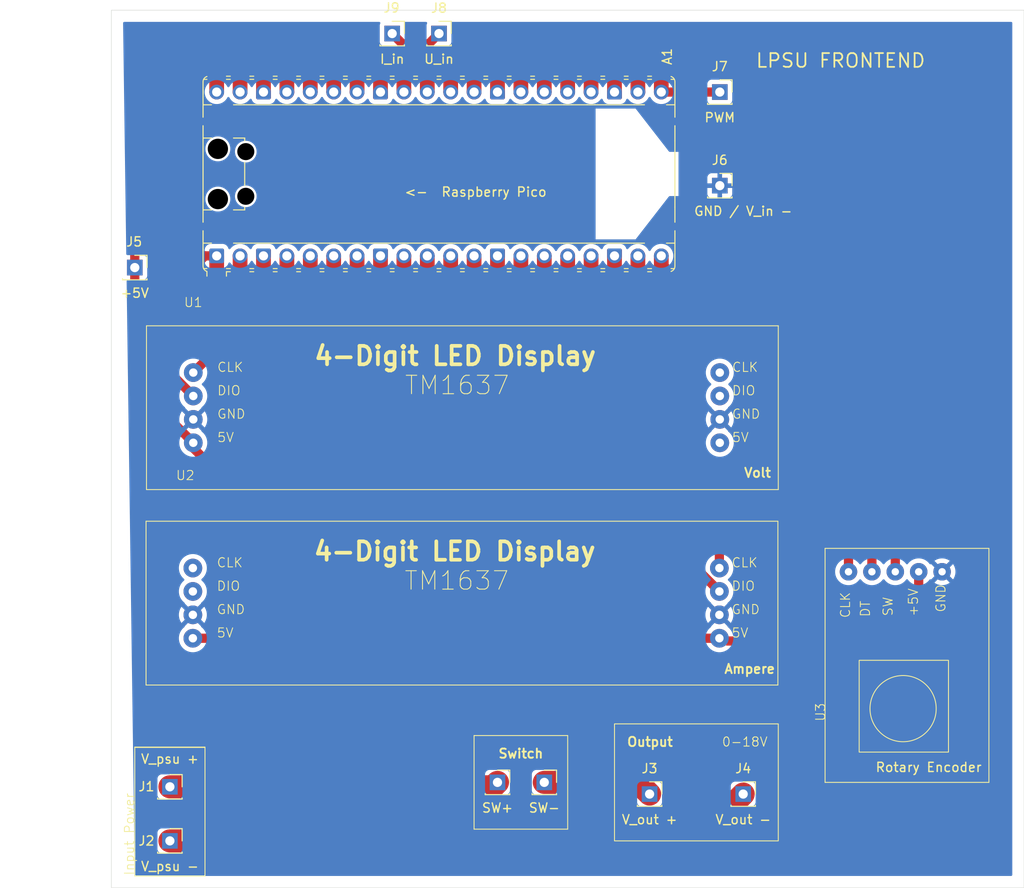
<source format=kicad_pcb>
(kicad_pcb (version 20241229) (generator "pcbnew") (generator_version "9.0")
  (layers (0 "F.Cu" signal) (2 "B.Cu" signal) (13 "F.Paste" user) (15 "B.Paste" user) (5 "F.SilkS" user "F.Silkscreen") (7 "B.SilkS" user "B.Silkscreen") (1 "F.Mask" user) (3 "B.Mask" user) (25 "Edge.Cuts" user))
  (net 0 "")
  (net 2 "Net-(A1-GND-Pad13)")
  (net 6 "Net-(A1-GPIO6)")
  (net 8 "Net-(A1-GPIO0)")
  (net 9 "Net-(A1-GPIO15)")
  (net 12 "Net-(A1-GPIO14)")
  (net 13 "Net-(A1-GPIO7)")
  (net 21 "Net-(A1-VSYS)")
  (net 23 "Net-(A1-GPIO16)")
  (net 24 "Net-(A1-GPIO26_ADC0)")
  (net 25 "Net-(A1-GPIO27_ADC1)")
  (net 31 "Net-(A1-GPIO1)")
  (net 34 "Net-(A1-GPIO13)")
  (net 35 "Net-(J1-Pin_1)")
  (net 36 "Net-(J2-Pin_1)")
  (net 37 "GND")
  (net 38 "Net-(J11-Pin_1)")
  (footprint "Connector_PinSocket_2.54mm:PinSocket_1x01_P2.54mm_Vertical" (layer "F.Cu") (at 223.52 104.14)
    (property "Reference" "J11" (hide yes))
    (property "Value" "SW-" (at 0 2.77 0) (layer "F.SilkS"))
    (fp_line (start -1.33 1.21) (end -1.33 1.33) (stroke (width 0.12)) (layer "F.SilkS"))
    (fp_line (start -1.33 1.33) (end 1.33 1.33) (stroke (width 0.12)) (layer "F.SilkS"))
    (fp_line (start 0 -1.33) (end 1.33 -1.33) (stroke (width 0.12)) (layer "F.SilkS"))
    (fp_line (start 1.33 -1.33) (end 1.33 0) (stroke (width 0.12)) (layer "F.SilkS"))
    (fp_line (start 1.33 1.21) (end 1.33 1.33) (stroke (width 0.12)) (layer "F.SilkS"))
    (pad "1" thru_hole rect (at 0 0) (size 1.7 1.7) (drill 1) (layers "*.Cu" "*.Mask") (net 38 "Net-(J11-Pin_1)"))
  )
  (footprint "könig:TM1637" (layer "F.Cu") (at 175.21444 75.79532)
    (property "Reference" "U2" (at 9.335 -4.975 0) (layer "F.SilkS") (effects (font (thickness 0.1))))
    (property "Value" "~")
    (fp_rect (start 5.08 0) (end 5.08 17.78) (stroke (width 0.1)) (fill no) (layer "F.SilkS"))
    (fp_rect (start 5.08 0) (end 73.66 0) (stroke (width 0.1)) (fill no) (layer "F.SilkS"))
    (fp_rect (start 5.08 17.78) (end 73.66 17.78) (stroke (width 0.1)) (fill no) (layer "F.SilkS"))
    (fp_rect (start 73.66 0) (end 73.66 17.78) (stroke (width 0.1)) (fill no) (layer "F.SilkS"))
    (fp_text user "CLK" (at 12.7 5.08 0) (layer "F.SilkS") (effects (font (thickness 0.1)) (justify left bottom)))
    (fp_text user "5V" (at 12.7 12.7 0) (layer "F.SilkS") (effects (font (thickness 0.1)) (justify left bottom)))
    (fp_text user "CLK" (at 68.58 5.08 0) (layer "F.SilkS") (effects (font (thickness 0.1)) (justify left bottom)))
    (fp_text user "GND" (at 12.7 10.16 0) (layer "F.SilkS") (effects (font (thickness 0.1)) (justify left bottom)))
    (fp_text user "4-Digit LED Display" (at 23.083297 4.443605 0) (layer "F.SilkS") (effects (font (size 2 2) (thickness 0.4) (bold yes)) (justify left bottom)))
    (fp_text user "5V" (at 68.58 12.7 0) (layer "F.SilkS") (effects (font (thickness 0.1)) (justify left bottom)))
    (fp_text user "TM1637" (at 33.02 7.62 0) (layer "F.SilkS") (effects (font (size 2 2) (thickness 0.1)) (justify left bottom)))
    (fp_text user "DIO" (at 68.58 7.62 0) (layer "F.SilkS") (effects (font (thickness 0.1)) (justify left bottom)))
    (fp_text user "GND" (at 68.58 10.16 0) (layer "F.SilkS") (effects (font (thickness 0.1)) (justify left bottom)))
    (fp_text user "DIO" (at 12.7 7.62 0) (layer "F.SilkS") (effects (font (thickness 0.1)) (justify left bottom)))
    (pad "1" thru_hole circle (at 10.16 5.08) (size 2.032 2.032) (drill 0.9144) (layers "*.Cu" "*.Mask") (net 13 "Net-(A1-GPIO7)"))
    (pad "1" thru_hole circle (at 67.31 5.08) (size 2.032 2.032) (drill 0.9144) (layers "*.Cu" "*.Mask") (net 13 "Net-(A1-GPIO7)"))
    (pad "2" thru_hole circle (at 10.16 7.62) (size 2.032 2.032) (drill 0.9144) (layers "*.Cu" "*.Mask") (net 6 "Net-(A1-GPIO6)"))
    (pad "2" thru_hole circle (at 67.31 7.62) (size 2.032 2.032) (drill 0.9144) (layers "*.Cu" "*.Mask") (net 6 "Net-(A1-GPIO6)"))
    (pad "3" thru_hole circle (at 10.16 10.16) (size 2.032 2.032) (drill 0.9144) (layers "*.Cu" "*.Mask") (net 37 "GND"))
    (pad "3" thru_hole circle (at 67.31 10.16) (size 2.032 2.032) (drill 0.9144) (layers "*.Cu" "*.Mask") (net 37 "GND"))
    (pad "4" thru_hole circle (at 10.16 12.7) (size 2.032 2.032) (drill 0.9144) (layers "*.Cu" "*.Mask") (net 21 "Net-(A1-VSYS)"))
    (pad "4" thru_hole circle (at 67.31 12.7) (size 2.032 2.032) (drill 0.9144) (layers "*.Cu" "*.Mask") (net 21 "Net-(A1-VSYS)"))
  )
  (footprint "Connector_PinSocket_2.54mm:PinSocket_1x01_P2.54mm_Vertical" (layer "F.Cu") (at 207.01 22.86)
    (property "Reference" "J9" (at -0.065 -2.795 0) (layer "F.SilkS"))
    (property "Value" "I_in" (at 0 2.77 0) (layer "F.SilkS"))
    (fp_line (start -1.33 1.21) (end -1.33 1.33) (stroke (width 0.12)) (layer "F.SilkS"))
    (fp_line (start -1.33 1.33) (end 1.33 1.33) (stroke (width 0.12)) (layer "F.SilkS"))
    (fp_line (start 0 -1.33) (end 1.33 -1.33) (stroke (width 0.12)) (layer "F.SilkS"))
    (fp_line (start 1.33 -1.33) (end 1.33 0) (stroke (width 0.12)) (layer "F.SilkS"))
    (fp_line (start 1.33 1.21) (end 1.33 1.33) (stroke (width 0.12)) (layer "F.SilkS"))
    (pad "1" thru_hole rect (at 0 0) (size 1.7 1.7) (drill 1) (layers "*.Cu" "*.Mask") (net 25 "Net-(A1-GPIO27_ADC1)"))
  )
  (footprint "Connector_PinSocket_2.54mm:PinSocket_1x01_P2.54mm_Vertical" (layer "F.Cu") (at 242.57 29.21)
    (property "Reference" "J7" (at 0 -2.77 0) (layer "F.SilkS"))
    (property "Value" "PWM" (at 0 2.77 0) (layer "F.SilkS"))
    (fp_line (start -1.33 1.21) (end -1.33 1.33) (stroke (width 0.12)) (layer "F.SilkS"))
    (fp_line (start -1.33 1.33) (end 1.33 1.33) (stroke (width 0.12)) (layer "F.SilkS"))
    (fp_line (start 0 -1.33) (end 1.33 -1.33) (stroke (width 0.12)) (layer "F.SilkS"))
    (fp_line (start 1.33 -1.33) (end 1.33 0) (stroke (width 0.12)) (layer "F.SilkS"))
    (fp_line (start 1.33 1.21) (end 1.33 1.33) (stroke (width 0.12)) (layer "F.SilkS"))
    (pad "1" thru_hole rect (at 0 0) (size 1.7 1.7) (drill 1) (layers "*.Cu" "*.Mask") (net 23 "Net-(A1-GPIO16)"))
  )
  (footprint "könig:TM1637" (layer "F.Cu") (at 175.26 54.58)
    (property "Reference" "U1" (at 10.16 -2.54 0) (layer "F.SilkS") (effects (font (thickness 0.1))))
    (property "Value" "~")
    (fp_rect (start 5.08 0) (end 5.08 17.78) (stroke (width 0.1)) (fill no) (layer "F.SilkS"))
    (fp_rect (start 5.08 0) (end 73.66 0) (stroke (width 0.1)) (fill no) (layer "F.SilkS"))
    (fp_rect (start 5.08 17.78) (end 73.66 17.78) (stroke (width 0.1)) (fill no) (layer "F.SilkS"))
    (fp_rect (start 73.66 0) (end 73.66 17.78) (stroke (width 0.1)) (fill no) (layer "F.SilkS"))
    (fp_text user "GND" (at 68.58 10.16 0) (layer "F.SilkS") (effects (font (thickness 0.1)) (justify left bottom)))
    (fp_text user "DIO" (at 12.7 7.62 0) (layer "F.SilkS") (effects (font (thickness 0.1)) (justify left bottom)))
    (fp_text user "5V" (at 12.7 12.7 0) (layer "F.SilkS") (effects (font (thickness 0.1)) (justify left bottom)))
    (fp_text user "TM1637" (at 33.02 7.62 0) (layer "F.SilkS") (effects (font (size 2 2) (thickness 0.1)) (justify left bottom)))
    (fp_text user "5V" (at 68.58 12.7 0) (layer "F.SilkS") (effects (font (thickness 0.1)) (justify left bottom)))
    (fp_text user "DIO" (at 68.58 7.62 0) (layer "F.SilkS") (effects (font (thickness 0.1)) (justify left bottom)))
    (fp_text user "CLK" (at 12.7 5.08 0) (layer "F.SilkS") (effects (font (thickness 0.1)) (justify left bottom)))
    (fp_text user "CLK" (at 68.58 5.08 0) (layer "F.SilkS") (effects (font (thickness 0.1)) (justify left bottom)))
    (fp_text user "GND" (at 12.7 10.16 0) (layer "F.SilkS") (effects (font (thickness 0.1)) (justify left bottom)))
    (fp_text user "4-Digit LED Display" (at 23.083297 4.443605 0) (layer "F.SilkS") (effects (font (size 2 2) (thickness 0.4) (bold yes)) (justify left bottom)))
    (pad "1" thru_hole circle (at 10.16 5.08) (size 2.032 2.032) (drill 0.9144) (layers "*.Cu" "*.Mask") (net 31 "Net-(A1-GPIO1)"))
    (pad "1" thru_hole circle (at 67.31 5.08) (size 2.032 2.032) (drill 0.9144) (layers "*.Cu" "*.Mask") (net 31 "Net-(A1-GPIO1)"))
    (pad "2" thru_hole circle (at 10.16 7.62) (size 2.032 2.032) (drill 0.9144) (layers "*.Cu" "*.Mask") (net 8 "Net-(A1-GPIO0)"))
    (pad "2" thru_hole circle (at 67.31 7.62) (size 2.032 2.032) (drill 0.9144) (layers "*.Cu" "*.Mask") (net 8 "Net-(A1-GPIO0)"))
    (pad "3" thru_hole circle (at 10.16 10.16) (size 2.032 2.032) (drill 0.9144) (layers "*.Cu" "*.Mask") (net 37 "GND"))
    (pad "3" thru_hole circle (at 67.31 10.16) (size 2.032 2.032) (drill 0.9144) (layers "*.Cu" "*.Mask") (net 37 "GND"))
    (pad "4" thru_hole circle (at 10.16 12.7) (size 2.032 2.032) (drill 0.9144) (layers "*.Cu" "*.Mask") (net 21 "Net-(A1-VSYS)"))
    (pad "4" thru_hole circle (at 67.31 12.7) (size 2.032 2.032) (drill 0.9144) (layers "*.Cu" "*.Mask") (net 21 "Net-(A1-VSYS)"))
  )
  (footprint "Connector_PinSocket_2.54mm:PinSocket_1x01_P2.54mm_Vertical" (layer "F.Cu") (at 212.09 22.86)
    (property "Reference" "J8" (at 0 -2.77 0) (layer "F.SilkS"))
    (property "Value" "U_in" (at 0 2.77 0) (layer "F.SilkS"))
    (fp_line (start -1.33 1.21) (end -1.33 1.33) (stroke (width 0.12)) (layer "F.SilkS"))
    (fp_line (start -1.33 1.33) (end 1.33 1.33) (stroke (width 0.12)) (layer "F.SilkS"))
    (fp_line (start 0 -1.33) (end 1.33 -1.33) (stroke (width 0.12)) (layer "F.SilkS"))
    (fp_line (start 1.33 -1.33) (end 1.33 0) (stroke (width 0.12)) (layer "F.SilkS"))
    (fp_line (start 1.33 1.21) (end 1.33 1.33) (stroke (width 0.12)) (layer "F.SilkS"))
    (pad "1" thru_hole rect (at 0 0) (size 1.7 1.7) (drill 1) (layers "*.Cu" "*.Mask") (net 24 "Net-(A1-GPIO26_ADC0)"))
  )
  (footprint "Connector_PinSocket_2.54mm:PinSocket_1x01_P2.54mm_Vertical" (layer "F.Cu") (at 182.88 110.49)
    (property "Reference" "J2" (at -2.54 0 0) (layer "F.SilkS"))
    (property "Value" "V_psu -" (at 0 2.77 0) (layer "F.SilkS"))
    (fp_line (start -1.33 1.21) (end -1.33 1.33) (stroke (width 0.12)) (layer "F.SilkS"))
    (fp_line (start -1.33 1.33) (end 1.33 1.33) (stroke (width 0.12)) (layer "F.SilkS"))
    (fp_line (start 0 -1.33) (end 1.33 -1.33) (stroke (width 0.12)) (layer "F.SilkS"))
    (fp_line (start 1.33 -1.33) (end 1.33 0) (stroke (width 0.12)) (layer "F.SilkS"))
    (fp_line (start 1.33 1.21) (end 1.33 1.33) (stroke (width 0.12)) (layer "F.SilkS"))
    (pad "1" thru_hole rect (at 0 0) (size 1.7 1.7) (drill 1) (layers "*.Cu" "*.Mask") (net 36 "Net-(J2-Pin_1)"))
  )
  (footprint "könig:KY_40" (layer "F.Cu") (at 254 96.52 90)
    (property "Reference" "U3" (at 0 -0.5 90) (layer "F.SilkS") (effects (font (thickness 0.1))))
    (property "Value" "~")
    (fp_line (start 17.78 0) (end 17.78 17.78) (stroke (width 0.1)) (layer "F.SilkS"))
    (fp_line (start -7.62 0) (end 17.78 0) (stroke (width 0.1)) (layer "F.SilkS"))
    (fp_line (start 17.78 17.78) (end -7.62 17.78) (stroke (width 0.1)) (layer "F.SilkS"))
    (fp_line (start -7.62 17.78) (end -7.62 0) (stroke (width 0.1)) (layer "F.SilkS"))
    (fp_rect (start -4.335199 3.701205) (end 5.631517 13.392163) (stroke (width 0.1)) (fill no) (layer "F.SilkS"))
    (fp_circle (center 0.384862 8.467895) (end 2.924862 11.007895) (stroke (width 0.1)) (fill no) (layer "F.SilkS"))
    (fp_text user "GND" (at 10.774441 13.144429 90) (layer "F.SilkS") (effects (font (thickness 0.1)) (justify left bottom)))
    (fp_text user "SW" (at 10.364813 7.409643 90) (layer "F.SilkS") (effects (font (thickness 0.1)) (justify left bottom)))
    (fp_text user "+5V" (at 10.335554 10.16 90) (layer "F.SilkS") (effects (font (thickness 0.1)) (justify left bottom)))
    (fp_text user "CLK" (at 10.16 2.786703 90) (layer "F.SilkS") (effects (font (thickness 0.1)) (justify left bottom)))
    (fp_text user "DT" (at 10.277036 4.951877 90) (layer "F.SilkS") (effects (font (thickness 0.1)) (justify left bottom)))
    (pad "1" thru_hole circle (at 15.24 2.54 90) (size 1.9 1.9) (drill 0.8) (layers "*.Cu" "*.Mask") (net 34 "Net-(A1-GPIO13)"))
    (pad "2" thru_hole circle (at 15.24 5.08 90) (size 1.9 1.9) (drill 0.8) (layers "*.Cu" "*.Mask") (net 12 "Net-(A1-GPIO14)"))
    (pad "3" thru_hole circle (at 15.24 7.62 90) (size 1.9 1.9) (drill 0.8) (layers "*.Cu" "*.Mask") (net 9 "Net-(A1-GPIO15)"))
    (pad "4" thru_hole circle (at 15.24 10.16 90) (size 1.9 1.9) (drill 0.8) (layers "*.Cu" "*.Mask") (net 21 "Net-(A1-VSYS)"))
    (pad "5" thru_hole circle (at 15.24 12.7 90) (size 1.9 1.9) (drill 0.8) (layers "*.Cu" "*.Mask") (net 37 "GND"))
  )
  (footprint "Connector_PinSocket_2.54mm:PinSocket_1x01_P2.54mm_Vertical" (layer "F.Cu") (at 245.11 105.41)
    (property "Reference" "J4" (at 0 -2.77 0) (layer "F.SilkS"))
    (property "Value" "V_out -" (at 0 2.77 0) (layer "F.SilkS"))
    (fp_line (start -1.33 1.21) (end -1.33 1.33) (stroke (width 0.12)) (layer "F.SilkS"))
    (fp_line (start -1.33 1.33) (end 1.33 1.33) (stroke (width 0.12)) (layer "F.SilkS"))
    (fp_line (start 0 -1.33) (end 1.33 -1.33) (stroke (width 0.12)) (layer "F.SilkS"))
    (fp_line (start 1.33 -1.33) (end 1.33 0) (stroke (width 0.12)) (layer "F.SilkS"))
    (fp_line (start 1.33 1.21) (end 1.33 1.33) (stroke (width 0.12)) (layer "F.SilkS"))
    (pad "1" thru_hole rect (at 0 0) (size 1.7 1.7) (drill 1) (layers "*.Cu" "*.Mask") (net 36 "Net-(J2-Pin_1)"))
  )
  (footprint "Connector_PinSocket_2.54mm:PinSocket_1x01_P2.54mm_Vertical" (layer "F.Cu") (at 234.95 105.41)
    (property "Reference" "J3" (at 0 -2.77 0) (layer "F.SilkS"))
    (property "Value" "V_out +" (at 0 2.77 0) (layer "F.SilkS"))
    (fp_line (start -1.33 1.21) (end -1.33 1.33) (stroke (width 0.12)) (layer "F.SilkS"))
    (fp_line (start -1.33 1.33) (end 1.33 1.33) (stroke (width 0.12)) (layer "F.SilkS"))
    (fp_line (start 0 -1.33) (end 1.33 -1.33) (stroke (width 0.12)) (layer "F.SilkS"))
    (fp_line (start 1.33 -1.33) (end 1.33 0) (stroke (width 0.12)) (layer "F.SilkS"))
    (fp_line (start 1.33 1.21) (end 1.33 1.33) (stroke (width 0.12)) (layer "F.SilkS"))
    (pad "1" thru_hole rect (at 0 0) (size 1.7 1.7) (drill 1) (layers "*.Cu" "*.Mask") (net 38 "Net-(J11-Pin_1)"))
  )
  (footprint "Connector_PinSocket_2.54mm:PinSocket_1x01_P2.54mm_Vertical" (layer "F.Cu") (at 179.07 48.26)
    (property "Reference" "J5" (at -0.065 -2.795 0) (layer "F.SilkS"))
    (property "Value" "+5V" (at 0 2.77 0) (layer "F.SilkS"))
    (fp_line (start -1.33 1.21) (end -1.33 1.33) (stroke (width 0.12)) (layer "F.SilkS"))
    (fp_line (start -1.33 1.33) (end 1.33 1.33) (stroke (width 0.12)) (layer "F.SilkS"))
    (fp_line (start 0 -1.33) (end 1.33 -1.33) (stroke (width 0.12)) (layer "F.SilkS"))
    (fp_line (start 1.33 -1.33) (end 1.33 0) (stroke (width 0.12)) (layer "F.SilkS"))
    (fp_line (start 1.33 1.21) (end 1.33 1.33) (stroke (width 0.12)) (layer "F.SilkS"))
    (pad "1" thru_hole rect (at 0 0) (size 1.7 1.7) (drill 1) (layers "*.Cu" "*.Mask") (net 21 "Net-(A1-VSYS)"))
  )
  (footprint "Module:RaspberryPi_Pico_Common_Unspecified" (layer "F.Cu") (at 212.09 38.1 90)
    (property "Reference" "A1" (at 11.7475 24.765 90) (layer "F.SilkS") (effects (justify left)))
    (property "Value" "RaspberryPi_Pico")
    (fp_line (start 10 -25.61) (end 7.51 -25.61) (stroke (width 0.12)) (layer "F.SilkS"))
    (fp_line (start 7.51 -25.61) (end 7.51 -24.69648) (stroke (width 0.12)) (layer "F.SilkS"))
    (fp_line (start 6.162061 -25.61) (end 7.51 -25.61) (stroke (width 0.12)) (layer "F.SilkS"))
    (fp_line (start 4.235 -25.61) (end 5.237939 -25.61) (stroke (width 0.12)) (layer "F.SilkS"))
    (fp_line (start 3.9 -25.61) (end 3.9 -24.694) (stroke (width 0.12)) (layer "F.SilkS"))
    (fp_line (start -3.9 -25.61) (end -3.9 -24.694) (stroke (width 0.12)) (layer "F.SilkS"))
    (fp_line (start -4.235 -25.61) (end 4.235 -25.61) (stroke (width 0.12)) (layer "F.SilkS"))
    (fp_line (start -5.237939 -25.61) (end -4.235 -25.61) (stroke (width 0.12)) (layer "F.SilkS"))
    (fp_line (start -7.51 -25.61) (end -6.16206 -25.61) (stroke (width 0.12)) (layer "F.SilkS"))
    (fp_line (start -7.51 -25.61) (end -7.51 -24.69648) (stroke (width 0.12)) (layer "F.SilkS"))
    (fp_line (start -10 -25.61) (end -7.51 -25.61) (stroke (width 0.12)) (layer "F.SilkS"))
    (fp_line (start -10.579676 -25.19) (end -11.09 -25.19) (stroke (width 0.12)) (layer "F.SilkS"))
    (fp_line (start 10.27 -25.189937) (end 10.27 -25.547) (stroke (width 0.12)) (layer "F.SilkS"))
    (fp_line (start -10.27 -25.189937) (end -10.27 -25.547) (stroke (width 0.12)) (layer "F.SilkS"))
    (fp_line (start 10.61 -23.07) (end 10.61 -22.65) (stroke (width 0.12)) (layer "F.SilkS"))
    (fp_line (start 10.27 -23.07) (end 10.27 -22.65) (stroke (width 0.12)) (layer "F.SilkS"))
    (fp_line (start -10.27 -23.07) (end -10.27 -22.65) (stroke (width 0.12)) (layer "F.SilkS"))
    (fp_line (start -10.61 -23.07) (end -11.09 -23.07) (stroke (width 0.12)) (layer "F.SilkS"))
    (fp_line (start -10.61 -23.07) (end -10.61 -22.65) (stroke (width 0.12)) (layer "F.SilkS"))
    (fp_line (start 3.9 -22.306) (end 3.9 -21.09) (stroke (width 0.12)) (layer "F.SilkS"))
    (fp_line (start -3.9 -22.306) (end -3.9 -21.09) (stroke (width 0.12)) (layer "F.SilkS"))
    (fp_line (start 7.51 -22.30352) (end 7.51 22.30352) (stroke (width 0.12)) (layer "F.SilkS"))
    (fp_line (start -7.51 -22.30352) (end -7.51 22.30352) (stroke (width 0.12)) (layer "F.SilkS"))
    (fp_line (start 3.60391 -21.09) (end 3.9 -21.09) (stroke (width 0.12)) (layer "F.SilkS"))
    (fp_line (start -1.24609 -21.09) (end 1.24609 -21.09) (stroke (width 0.12)) (layer "F.SilkS"))
    (fp_line (start -3.9 -21.09) (end -3.60391 -21.09) (stroke (width 0.12)) (layer "F.SilkS"))
    (fp_line (start 10.61 -20.53) (end 10.61 -20.11) (stroke (width 0.12)) (layer "F.SilkS"))
    (fp_line (start 10.27 -20.53) (end 10.27 -20.11) (stroke (width 0.12)) (layer "F.SilkS"))
    (fp_line (start -10.27 -20.53) (end -10.27 -20.11) (stroke (width 0.12)) (layer "F.SilkS"))
    (fp_line (start -10.61 -20.53) (end -10.61 -20.11) (stroke (width 0.12)) (layer "F.SilkS"))
    (fp_line (start 10.61 -17.99) (end 10.61 -17.57) (stroke (width 0.12)) (layer "F.SilkS"))
    (fp_line (start 10.27 -17.99) (end 10.27 -17.57) (stroke (width 0.12)) (layer "F.SilkS"))
    (fp_line (start -10.27 -17.99) (end -10.27 -17.57) (stroke (width 0.12)) (layer "F.SilkS"))
    (fp_line (start -10.61 -17.99) (end -10.61 -17.57) (stroke (width 0.12)) (layer "F.SilkS"))
    (fp_line (start 10.61 -15.45) (end 10.61 -15.03) (stroke (width 0.12)) (layer "F.SilkS"))
    (fp_line (start 10.27 -15.45) (end 10.27 -15.03) (stroke (width 0.12)) (layer "F.SilkS"))
    (fp_line (start -10.27 -15.45) (end -10.27 -15.03) (stroke (width 0.12)) (layer "F.SilkS"))
    (fp_line (start -10.61 -15.45) (end -10.61 -15.03) (stroke (width 0.12)) (layer "F.SilkS"))
    (fp_line (start 10.61 -12.91) (end 10.61 -12.49) (stroke (width 0.12)) (layer "F.SilkS"))
    (fp_line (start 10.27 -12.91) (end 10.27 -12.49) (stroke (width 0.12)) (layer "F.SilkS"))
    (fp_line (start -10.27 -12.91) (end -10.27 -12.49) (stroke (width 0.12)) (layer "F.SilkS"))
    (fp_line (start -10.61 -12.91) (end -10.61 -12.49) (stroke (width 0.12)) (layer "F.SilkS"))
    (fp_line (start 10.61 -10.37) (end 10.61 -9.95) (stroke (width 0.12)) (layer "F.SilkS"))
    (fp_line (start 10.27 -10.37) (end 10.27 -9.95) (stroke (width 0.12)) (layer "F.SilkS"))
    (fp_line (start -10.27 -10.37) (end -10.27 -9.95) (stroke (width 0.12)) (layer "F.SilkS"))
    (fp_line (start -10.61 -10.37) (end -10.61 -9.95) (stroke (width 0.12)) (layer "F.SilkS"))
    (fp_line (start 10.61 -7.83) (end 10.61 -7.41) (stroke (width 0.12)) (layer "F.SilkS"))
    (fp_line (start 10.27 -7.83) (end 10.27 -7.41) (stroke (width 0.12)) (layer "F.SilkS"))
    (fp_line (start -10.27 -7.83) (end -10.27 -7.41) (stroke (width 0.12)) (layer "F.SilkS"))
    (fp_line (start -10.61 -7.83) (end -10.61 -7.41) (stroke (width 0.12)) (layer "F.SilkS"))
    (fp_line (start 10.61 -5.29) (end 10.61 -4.87) (stroke (width 0.12)) (layer "F.SilkS"))
    (fp_line (start 10.27 -5.29) (end 10.27 -4.87) (stroke (width 0.12)) (layer "F.SilkS"))
    (fp_line (start -10.27 -5.29) (end -10.27 -4.87) (stroke (width 0.12)) (layer "F.SilkS"))
    (fp_line (start -10.61 -5.29) (end -10.61 -4.87) (stroke (width 0.12)) (layer "F.SilkS"))
    (fp_line (start 10.61 -2.75) (end 10.61 -2.33) (stroke (width 0.12)) (layer "F.SilkS"))
    (fp_line (start 10.27 -2.75) (end 10.27 -2.33) (stroke (width 0.12)) (layer "F.SilkS"))
    (fp_line (start -10.27 -2.75) (end -10.27 -2.33) (stroke (width 0.12)) (layer "F.SilkS"))
    (fp_line (start -10.61 -2.75) (end -10.61 -2.33) (stroke (width 0.12)) (layer "F.SilkS"))
    (fp_line (start 10.61 -0.21) (end 10.61 0.21) (stroke (width 0.12)) (layer "F.SilkS"))
    (fp_line (start 10.27 -0.21) (end 10.27 0.21) (stroke (width 0.12)) (layer "F.SilkS"))
    (fp_line (start -10.27 -0.21) (end -10.27 0.21) (stroke (width 0.12)) (layer "F.SilkS"))
    (fp_line (start -10.61 -0.21) (end -10.61 0.21) (stroke (width 0.12)) (layer "F.SilkS"))
    (fp_line (start 10.61 2.33) (end 10.61 2.75) (stroke (width 0.12)) (layer "F.SilkS"))
    (fp_line (start 10.27 2.33) (end 10.27 2.75) (stroke (width 0.12)) (layer "F.SilkS"))
    (fp_line (start -10.27 2.33) (end -10.27 2.75) (stroke (width 0.12)) (layer "F.SilkS"))
    (fp_line (start -10.61 2.33) (end -10.61 2.75) (stroke (width 0.12)) (layer "F.SilkS"))
    (fp_line (start 10.61 4.87) (end 10.61 5.29) (stroke (width 0.12)) (layer "F.SilkS"))
    (fp_line (start 10.27 4.87) (end 10.27 5.29) (stroke (width 0.12)) (layer "F.SilkS"))
    (fp_line (start -10.27 4.87) (end -10.27 5.29) (stroke (width 0.12)) (layer "F.SilkS"))
    (fp_line (start -10.61 4.87) (end -10.61 5.29) (stroke (width 0.12)) (layer "F.SilkS"))
    (fp_line (start 10.61 7.41) (end 10.61 7.83) (stroke (width 0.12)) (layer "F.SilkS"))
    (fp_line (start 10.27 7.41) (end 10.27 7.83) (stroke (width 0.12)) (layer "F.SilkS"))
    (fp_line (start -10.27 7.41) (end -10.27 7.83) (stroke (width 0.12)) (layer "F.SilkS"))
    (fp_line (start -10.61 7.41) (end -10.61 7.83) (stroke (width 0.12)) (layer "F.SilkS"))
    (fp_line (start 10.61 9.95) (end 10.61 10.37) (stroke (width 0.12)) (layer "F.SilkS"))
    (fp_line (start 10.27 9.95) (end 10.27 10.37) (stroke (width 0.12)) (layer "F.SilkS"))
    (fp_line (start -10.27 9.95) (end -10.27 10.37) (stroke (width 0.12)) (layer "F.SilkS"))
    (fp_line (start -10.61 9.95) (end -10.61 10.37) (stroke (width 0.12)) (layer "F.SilkS"))
    (fp_line (start 10.61 12.49) (end 10.61 12.91) (stroke (width 0.12)) (layer "F.SilkS"))
    (fp_line (start 10.27 12.49) (end 10.27 12.91) (stroke (width 0.12)) (layer "F.SilkS"))
    (fp_line (start -10.27 12.49) (end -10.27 12.91) (stroke (width 0.12)) (layer "F.SilkS"))
    (fp_line (start -10.61 12.49) (end -10.61 12.91) (stroke (width 0.12)) (layer "F.SilkS"))
    (fp_line (start 10.61 15.03) (end 10.61 15.45) (stroke (width 0.12)) (layer "F.SilkS"))
    (fp_line (start 10.27 15.03) (end 10.27 15.45) (stroke (width 0.12)) (layer "F.SilkS"))
    (fp_line (start -10.27 15.03) (end -10.27 15.45) (stroke (width 0.12)) (layer "F.SilkS"))
    (fp_line (start -10.61 15.03) (end -10.61 15.45) (stroke (width 0.12)) (layer "F.SilkS"))
    (fp_line (start 10.61 17.57) (end 10.61 17.99) (stroke (width 0.12)) (layer "F.SilkS"))
    (fp_line (start 10.27 17.57) (end 10.27 17.99) (stroke (width 0.12)) (layer "F.SilkS"))
    (fp_line (start -10.27 17.57) (end -10.27 17.99) (stroke (width 0.12)) (layer "F.SilkS"))
    (fp_line (start -10.61 17.57) (end -10.61 17.99) (stroke (width 0.12)) (layer "F.SilkS"))
    (fp_line (start 10.61 20.11) (end 10.61 20.53) (stroke (width 0.12)) (layer "F.SilkS"))
    (fp_line (start 10.27 20.11) (end 10.27 20.53) (stroke (width 0.12)) (layer "F.SilkS"))
    (fp_line (start -10.27 20.11) (end -10.27 20.53) (stroke (width 0.12)) (layer "F.SilkS"))
    (fp_line (start -10.61 20.11) (end -10.61 20.53) (stroke (width 0.12)) (layer "F.SilkS"))
    (fp_line (start 10.61 22.65) (end 10.61 23.07) (stroke (width 0.12)) (layer "F.SilkS"))
    (fp_line (start 10.27 22.65) (end 10.27 23.07) (stroke (width 0.12)) (layer "F.SilkS"))
    (fp_line (start -10.27 22.65) (end -10.27 23.07) (stroke (width 0.12)) (layer "F.SilkS"))
    (fp_line (start -10.61 22.65) (end -10.61 23.07) (stroke (width 0.12)) (layer "F.SilkS"))
    (fp_line (start 7.51 24.69648) (end 7.51 25.61) (stroke (width 0.12)) (layer "F.SilkS"))
    (fp_line (start -7.51 24.69648) (end -7.51 25.61) (stroke (width 0.12)) (layer "F.SilkS"))
    (fp_line (start 10.27 25.189937) (end 10.27 25.547) (stroke (width 0.12)) (layer "F.SilkS"))
    (fp_line (start -10.27 25.189937) (end -10.27 25.547) (stroke (width 0.12)) (layer "F.SilkS"))
    (fp_line (start 6.162061 25.61) (end 10 25.61) (stroke (width 0.12)) (layer "F.SilkS"))
    (fp_line (start 5.237939 25.61) (end 3.6 25.61) (stroke (width 0.12)) (layer "F.SilkS"))
    (fp_line (start 3.6 25.61) (end -3.6 25.61) (stroke (width 0.12)) (layer "F.SilkS"))
    (fp_line (start -3.6 25.61) (end -5.237939 25.61) (stroke (width 0.12)) (layer "F.SilkS"))
    (fp_line (start -10 25.61) (end -6.162061 25.61) (stroke (width 0.12)) (layer "F.SilkS"))
    (fp_arc (start 10 -25.61) (mid 10.357937 -25.493944) (end 10.579676 -25.189937) (stroke (width 0.12)) (layer "F.SilkS"))
    (fp_arc (start -10.579676 -25.19) (mid -10.357938 -25.493944) (end -10 -25.61) (stroke (width 0.12)) (layer "F.SilkS"))
    (fp_arc (start 10.579676 25.189937) (mid 10.357946 25.493957) (end 10 25.61) (stroke (width 0.12)) (layer "F.SilkS"))
    (fp_arc (start -10 25.61) (mid -10.357937 25.493944) (end -10.579676 25.189937) (stroke (width 0.12)) (layer "F.SilkS"))
    (pad "" np_thru_hole circle (at -2.725 -24 90) (size 2.2 2.2) (drill 2.2) (layers "*.Mask"))
    (pad "" np_thru_hole circle (at -2.425 -20.97 90) (size 1.85 1.85) (drill 1.85) (layers "*.Mask"))
    (pad "" np_thru_hole circle (at 2.425 -20.97 90) (size 1.85 1.85) (drill 1.85) (layers "*.Mask"))
    (pad "" np_thru_hole circle (at 2.725 -24 90) (size 2.2 2.2) (drill 2.2) (layers "*.Mask"))
    (pad "1" smd custom (at -9.69 -24.13 90) (size 1.6 0.8) (layers "F.Cu" "F.Mask") (net 8 "Net-(A1-GPIO0)") (options (clearance outline) (anchor rect)) (primitives (gr_circle (center 0.8 0) (end 1.6 0) (width 0) (fill yes)) (gr_poly (pts (xy -1.6 -0.6) (xy -1.6 0.6) (xy -1.4 0.8) (xy 0.8 0.8) (xy 0.8 -0.8) (xy -1.4 -0.8)) (width 0) (fill yes)) (gr_circle (center -1.4 -0.6) (end -1.2 -0.6) (width 0) (fill yes)) (gr_circle (center -1.4 0.6) (end -1.2 0.6) (width 0) (fill yes))))
    (pad "1" thru_hole roundrect (at -8.89 -24.13 90) (size 1.6 1.6) (drill 1) (layers "*.Cu" "*.Mask") (roundrect_rratio 0.125) (net 8 "Net-(A1-GPIO0)"))
    (pad "2" smd roundrect (at -9.69 -21.59 90) (size 3.2 1.6) (layers "F.Cu" "F.Mask") (roundrect_rratio 0.5) (net 31 "Net-(A1-GPIO1)"))
    (pad "2" thru_hole circle (at -8.89 -21.59 90) (size 1.6 1.6) (drill 1) (layers "*.Cu" "*.Mask") (net 31 "Net-(A1-GPIO1)"))
    (pad "3" smd custom (at -9.69 -19.05 90) (size 1.6 0.8) (layers "F.Cu" "F.Mask") (net 2 "Net-(A1-GND-Pad13)") (options (clearance outline) (anchor rect)) (primitives (gr_circle (center -0.8 0) (end 0 0) (width 0) (fill yes)) (gr_poly (pts (xy 1.6 -0.6) (xy 1.6 0.6) (xy 1.4 0.8) (xy -0.8 0.8) (xy -0.8 -0.8) (xy 1.4 -0.8)) (width 0) (fill yes)) (gr_circle (center 1.4 -0.6) (end 1.6 -0.6) (width 0) (fill yes)) (gr_circle (center 1.4 0.6) (end 1.6 0.6) (width 0) (fill yes))))
    (pad "3" thru_hole custom (at -8.89 -19.05 90) (size 1.6 1.6) (drill 1) (layers "*.Cu" "*.Mask") (net 2 "Net-(A1-GND-Pad13)") (options (clearance outline) (anchor circle)) (primitives (gr_poly (pts (xy 0.8 0.6) (xy 0.8 -0.6) (xy 0.6 -0.8) (xy 0 -0.8) (xy 0 0.8) (xy 0.6 0.8)) (width 0) (fill yes)) (gr_circle (center 0.6 0.6) (end 0.8 0.6) (width 0) (fill yes)) (gr_circle (center 0.6 -0.6) (end 0.8 -0.6) (width 0) (fill yes))))
    (pad "4" smd roundrect (at -9.69 -16.51 90) (size 3.2 1.6) (layers "F.Cu" "F.Mask") (roundrect_rratio 0.5))
    (pad "4" thru_hole circle (at -8.89 -16.51 90) (size 1.6 1.6) (drill 1) (layers "*.Cu" "*.Mask"))
    (pad "5" smd roundrect (at -9.69 -13.97 90) (size 3.2 1.6) (layers "F.Cu" "F.Mask") (roundrect_rratio 0.5))
    (pad "5" thru_hole circle (at -8.89 -13.97 90) (size 1.6 1.6) (drill 1) (layers "*.Cu" "*.Mask"))
    (pad "6" smd roundrect (at -9.69 -11.43 90) (size 3.2 1.6) (layers "F.Cu" "F.Mask") (roundrect_rratio 0.5))
    (pad "6" thru_hole circle (at -8.89 -11.43 90) (size 1.6 1.6) (drill 1) (layers "*.Cu" "*.Mask"))
    (pad "7" smd roundrect (at -9.69 -8.89 90) (size 3.2 1.6) (layers "F.Cu" "F.Mask") (roundrect_rratio 0.5))
    (pad "7" thru_hole circle (at -8.89 -8.89 90) (size 1.6 1.6) (drill 1) (layers "*.Cu" "*.Mask"))
    (pad "8" smd custom (at -9.69 -6.35 90) (size 1.6 0.8) (layers "F.Cu" "F.Mask") (net 2 "Net-(A1-GND-Pad13)") (options (clearance outline) (anchor rect)) (primitives (gr_circle (center -0.8 0) (end 0 0) (width 0) (fill yes)) (gr_poly (pts (xy 1.6 -0.6) (xy 1.6 0.6) (xy 1.4 0.8) (xy -0.8 0.8) (xy -0.8 -0.8) (xy 1.4 -0.8)) (width 0) (fill yes)) (gr_circle (center 1.4 -0.6) (end 1.6 -0.6) (width 0) (fill yes)) (gr_circle (center 1.4 0.6) (end 1.6 0.6) (width 0) (fill yes))))
    (pad "8" thru_hole custom (at -8.89 -6.35 90) (size 1.6 1.6) (drill 1) (layers "*.Cu" "*.Mask") (net 2 "Net-(A1-GND-Pad13)") (options (clearance outline) (anchor circle)) (primitives (gr_poly (pts (xy 0.8 0.6) (xy 0.8 -0.6) (xy 0.6 -0.8) (xy 0 -0.8) (xy 0 0.8) (xy 0.6 0.8)) (width 0) (fill yes)) (gr_circle (center 0.6 0.6) (end 0.8 0.6) (width 0) (fill yes)) (gr_circle (center 0.6 -0.6) (end 0.8 -0.6) (width 0) (fill yes))))
    (pad "9" smd roundrect (at -9.69 -3.81 90) (size 3.2 1.6) (layers "F.Cu" "F.Mask") (roundrect_rratio 0.5) (net 6 "Net-(A1-GPIO6)"))
    (pad "9" thru_hole circle (at -8.89 -3.81 90) (size 1.6 1.6) (drill 1) (layers "*.Cu" "*.Mask") (net 6 "Net-(A1-GPIO6)"))
    (pad "10" smd roundrect (at -9.69 -1.27 90) (size 3.2 1.6) (layers "F.Cu" "F.Mask") (roundrect_rratio 0.5) (net 13 "Net-(A1-GPIO7)"))
    (pad "10" thru_hole circle (at -8.89 -1.27 90) (size 1.6 1.6) (drill 1) (layers "*.Cu" "*.Mask") (net 13 "Net-(A1-GPIO7)"))
    (pad "11" smd roundrect (at -9.69 1.27 90) (size 3.2 1.6) (layers "F.Cu" "F.Mask") (roundrect_rratio 0.5))
    (pad "11" thru_hole circle (at -8.89 1.27 90) (size 1.6 1.6) (drill 1) (layers "*.Cu" "*.Mask"))
    (pad "12" smd roundrect (at -9.69 3.81 90) (size 3.2 1.6) (layers "F.Cu" "F.Mask") (roundrect_rratio 0.5))
    (pad "12" thru_hole circle (at -8.89 3.81 90) (size 1.6 1.6) (drill 1) (layers "*.Cu" "*.Mask"))
    (pad "13" smd custom (at -9.69 6.35 90) (size 1.6 0.8) (layers "F.Cu" "F.Mask") (net 2 "Net-(A1-GND-Pad13)") (options (clearance outline) (anchor rect)) (primitives (gr_circle (center -0.8 0) (end 0 0) (width 0) (fill yes)) (gr_poly (pts (xy 1.6 -0.6) (xy 1.6 0.6) (xy 1.4 0.8) (xy -0.8 0.8) (xy -0.8 -0.8) (xy 1.4 -0.8)) (width 0) (fill yes)) (gr_circle (center 1.4 -0.6) (end 1.6 -0.6) (width 0) (fill yes)) (gr_circle (center 1.4 0.6) (end 1.6 0.6) (width 0) (fill yes))))
    (pad "13" thru_hole custom (at -8.89 6.35 90) (size 1.6 1.6) (drill 1) (layers "*.Cu" "*.Mask") (net 2 "Net-(A1-GND-Pad13)") (options (clearance outline) (anchor circle)) (primitives (gr_poly (pts (xy 0.8 0.6) (xy 0.8 -0.6) (xy 0.6 -0.8) (xy 0 -0.8) (xy 0 0.8) (xy 0.6 0.8)) (width 0) (fill yes)) (gr_circle (center 0.6 0.6) (end 0.8 0.6) (width 0) (fill yes)) (gr_circle (center 0.6 -0.6) (end 0.8 -0.6) (width 0) (fill yes))))
    (pad "14" smd roundrect (at -9.69 8.89 90) (size 3.2 1.6) (layers "F.Cu" "F.Mask") (roundrect_rratio 0.5))
    (pad "14" thru_hole circle (at -8.89 8.89 90) (size 1.6 1.6) (drill 1) (layers "*.Cu" "*.Mask"))
    (pad "15" smd roundrect (at -9.69 11.43 90) (size 3.2 1.6) (layers "F.Cu" "F.Mask") (roundrect_rratio 0.5))
    (pad "15" thru_hole circle (at -8.89 11.43 90) (size 1.6 1.6) (drill 1) (layers "*.Cu" "*.Mask"))
    (pad "16" smd roundrect (at -9.69 13.97 90) (size 3.2 1.6) (layers "F.Cu" "F.Mask") (roundrect_rratio 0.5))
    (pad "16" thru_hole circle (at -8.89 13.97 90) (size 1.6 1.6) (drill 1) (layers "*.Cu" "*.Mask"))
    (pad "17" smd roundrect (at -9.69 16.51 90) (size 3.2 1.6) (layers "F.Cu" "F.Mask") (roundrect_rratio 0.5) (net 34 "Net-(A1-GPIO13)"))
    (pad "17" thru_hole circle (at -8.89 16.51 90) (size 1.6 1.6) (drill 1) (layers "*.Cu" "*.Mask") (net 34 "Net-(A1-GPIO13)"))
    (pad "18" smd custom (at -9.69 19.05 90) (size 1.6 0.8) (layers "F.Cu" "F.Mask") (net 2 "Net-(A1-GND-Pad13)") (options (clearance outline) (anchor rect)) (primitives (gr_circle (center -0.8 0) (end 0 0) (width 0) (fill yes)) (gr_poly (pts (xy 1.6 -0.6) (xy 1.6 0.6) (xy 1.4 0.8) (xy -0.8 0.8) (xy -0.8 -0.8) (xy 1.4 -0.8)) (width 0) (fill yes)) (gr_circle (center 1.4 -0.6) (end 1.6 -0.6) (width 0) (fill yes)) (gr_circle (center 1.4 0.6) (end 1.6 0.6) (width 0) (fill yes))))
    (pad "18" thru_hole custom (at -8.89 19.05 90) (size 1.6 1.6) (drill 1) (layers "*.Cu" "*.Mask") (net 2 "Net-(A1-GND-Pad13)") (options (clearance outline) (anchor circle)) (primitives (gr_poly (pts (xy 0.8 0.6) (xy 0.8 -0.6) (xy 0.6 -0.8) (xy 0 -0.8) (xy 0 0.8) (xy 0.6 0.8)) (width 0) (fill yes)) (gr_circle (center 0.6 0.6) (end 0.8 0.6) (width 0) (fill yes)) (gr_circle (center 0.6 -0.6) (end 0.8 -0.6) (width 0) (fill yes))))
    (pad "19" smd roundrect (at -9.69 21.59 90) (size 3.2 1.6) (layers "F.Cu" "F.Mask") (roundrect_rratio 0.5) (net 12 "Net-(A1-GPIO14)"))
    (pad "19" thru_hole circle (at -8.89 21.59 90) (size 1.6 1.6) (drill 1) (layers "*.Cu" "*.Mask") (net 12 "Net-(A1-GPIO14)"))
    (pad "20" smd roundrect (at -9.69 24.13 90) (size 3.2 1.6) (layers "F.Cu" "F.Mask") (roundrect_rratio 0.5) (net 9 "Net-(A1-GPIO15)"))
    (pad "20" thru_hole circle (at -8.89 24.13 90) (size 1.6 1.6) (drill 1) (layers "*.Cu" "*.Mask") (net 9 "Net-(A1-GPIO15)"))
    (pad "21" thru_hole circle (at 8.89 24.13 90) (size 1.6 1.6) (drill 1) (layers "*.Cu" "*.Mask") (net 23 "Net-(A1-GPIO16)"))
    (pad "21" smd roundrect (at 9.69 24.13 90) (size 3.2 1.6) (layers "F.Cu" "F.Mask") (roundrect_rratio 0.5) (net 23 "Net-(A1-GPIO16)"))
    (pad "22" thru_hole circle (at 8.89 21.59 90) (size 1.6 1.6) (drill 1) (layers "*.Cu" "*.Mask"))
    (pad "22" smd roundrect (at 9.69 21.59 90) (size 3.2 1.6) (layers "F.Cu" "F.Mask") (roundrect_rratio 0.5))
    (pad "23" thru_hole custom (at 8.89 19.05 90) (size 1.6 1.6) (drill 1) (layers "*.Cu" "*.Mask") (net 2 "Net-(A1-GND-Pad13)") (options (clearance outline) (anchor circle)) (primitives (gr_poly (pts (xy -0.8 0.6) (xy -0.8 -0.6) (xy -0.6 -0.8) (xy 0 -0.8) (xy 0 0.8) (xy -0.6 0.8)) (width 0) (fill yes)) (gr_circle (center -0.6 0.6) (end -0.4 0.6) (width 0) (fill yes)) (gr_circle (center -0.6 -0.6) (end -0.4 -0.6) (width 0) (fill yes))))
    (pad "23" smd custom (at 9.69 19.05 90) (size 1.6 0.8) (layers "F.Cu" "F.Mask") (net 2 "Net-(A1-GND-Pad13)") (options (clearance outline) (anchor rect)) (primitives (gr_circle (center 0.8 0) (end 1.6 0) (width 0) (fill yes)) (gr_poly (pts (xy -1.6 -0.6) (xy -1.6 0.6) (xy -1.4 0.8) (xy 0.8 0.8) (xy 0.8 -0.8) (xy -1.4 -0.8)) (width 0) (fill yes)) (gr_circle (center -1.4 -0.6) (end -1.2 -0.6) (width 0) (fill yes)) (gr_circle (center -1.4 0.6) (end -1.2 0.6) (width 0) (fill yes))))
    (pad "24" thru_hole circle (at 8.89 16.51 90) (size 1.6 1.6) (drill 1) (layers "*.Cu" "*.Mask"))
    (pad "24" smd roundrect (at 9.69 16.51 90) (size 3.2 1.6) (layers "F.Cu" "F.Mask") (roundrect_rratio 0.5))
    (pad "25" thru_hole circle (at 8.89 13.97 90) (size 1.6 1.6) (drill 1) (layers "*.Cu" "*.Mask"))
    (pad "25" smd roundrect (at 9.69 13.97 90) (size 3.2 1.6) (layers "F.Cu" "F.Mask") (roundrect_rratio 0.5))
    (pad "26" thru_hole circle (at 8.89 11.43 90) (size 1.6 1.6) (drill 1) (layers "*.Cu" "*.Mask"))
    (pad "26" smd roundrect (at 9.69 11.43 90) (size 3.2 1.6) (layers "F.Cu" "F.Mask") (roundrect_rratio 0.5))
    (pad "27" thru_hole circle (at 8.89 8.89 90) (size 1.6 1.6) (drill 1) (layers "*.Cu" "*.Mask"))
    (pad "27" smd roundrect (at 9.69 8.89 90) (size 3.2 1.6) (layers "F.Cu" "F.Mask") (roundrect_rratio 0.5))
    (pad "28" thru_hole custom (at 8.89 6.35 90) (size 1.6 1.6) (drill 1) (layers "*.Cu" "*.Mask") (net 2 "Net-(A1-GND-Pad13)") (options (clearance outline) (anchor circle)) (primitives (gr_poly (pts (xy -0.8 0.6) (xy -0.8 -0.6) (xy -0.6 -0.8) (xy 0 -0.8) (xy 0 0.8) (xy -0.6 0.8)) (width 0) (fill yes)) (gr_circle (center -0.6 0.6) (end -0.4 0.6) (width 0) (fill yes)) (gr_circle (center -0.6 -0.6) (end -0.4 -0.6) (width 0) (fill yes))))
    (pad "28" smd custom (at 9.69 6.35 90) (size 1.6 0.8) (layers "F.Cu" "F.Mask") (net 2 "Net-(A1-GND-Pad13)") (options (clearance outline) (anchor rect)) (primitives (gr_circle (center 0.8 0) (end 1.6 0) (width 0) (fill yes)) (gr_poly (pts (xy -1.6 -0.6) (xy -1.6 0.6) (xy -1.4 0.8) (xy 0.8 0.8) (xy 0.8 -0.8) (xy -1.4 -0.8)) (width 0) (fill yes)) (gr_circle (center -1.4 -0.6) (end -1.2 -0.6) (width 0) (fill yes)) (gr_circle (center -1.4 0.6) (end -1.2 0.6) (width 0) (fill yes))))
    (pad "29" thru_hole circle (at 8.89 3.81 90) (size 1.6 1.6) (drill 1) (layers "*.Cu" "*.Mask"))
    (pad "29" smd roundrect (at 9.69 3.81 90) (size 3.2 1.6) (layers "F.Cu" "F.Mask") (roundrect_rratio 0.5))
    (pad "30" thru_hole circle (at 8.89 1.27 90) (size 1.6 1.6) (drill 1) (layers "*.Cu" "*.Mask"))
    (pad "30" smd roundrect (at 9.69 1.27 90) (size 3.2 1.6) (layers "F.Cu" "F.Mask") (roundrect_rratio 0.5))
    (pad "31" thru_hole circle (at 8.89 -1.27 90) (size 1.6 1.6) (drill 1) (layers "*.Cu" "*.Mask") (net 24 "Net-(A1-GPIO26_ADC0)"))
    (pad "31" smd roundrect (at 9.69 -1.27 90) (size 3.2 1.6) (layers "F.Cu" "F.Mask") (roundrect_rratio 0.5) (net 24 "Net-(A1-GPIO26_ADC0)"))
    (pad "32" thru_hole circle (at 8.89 -3.81 90) (size 1.6 1.6) (drill 1) (layers "*.Cu" "*.Mask") (net 25 "Net-(A1-GPIO27_ADC1)"))
    (pad "32" smd roundrect (at 9.69 -3.81 90) (size 3.2 1.6) (layers "F.Cu" "F.Mask") (roundrect_rratio 0.5) (net 25 "Net-(A1-GPIO27_ADC1)"))
    (pad "33" thru_hole custom (at 8.89 -6.35 90) (size 1.6 1.6) (drill 1) (layers "*.Cu" "*.Mask") (options (clearance outline) (anchor circle)) (primitives (gr_poly (pts (xy -0.8 0.6) (xy -0.8 -0.6) (xy -0.6 -0.8) (xy 0 -0.8) (xy 0 0.8) (xy -0.6 0.8)) (width 0) (fill yes)) (gr_circle (center -0.6 0.6) (end -0.4 0.6) (width 0) (fill yes)) (gr_circle (center -0.6 -0.6) (end -0.4 -0.6) (width 0) (fill yes))))
    (pad "33" smd custom (at 9.69 -6.35 90) (size 1.6 0.8) (layers "F.Cu" "F.Mask") (options (clearance outline) (anchor rect)) (primitives (gr_circle (center 0.8 0) (end 1.6 0) (width 0) (fill yes)) (gr_poly (pts (xy -1.6 -0.6) (xy -1.6 0.6) (xy -1.4 0.8) (xy 0.8 0.8) (xy 0.8 -0.8) (xy -1.4 -0.8)) (width 0) (fill yes)) (gr_circle (center -1.4 -0.6) (end -1.2 -0.6) (width 0) (fill yes)) (gr_circle (center -1.4 0.6) (end -1.2 0.6) (width 0) (fill yes))))
    (pad "34" thru_hole circle (at 8.89 -8.89 90) (size 1.6 1.6) (drill 1) (layers "*.Cu" "*.Mask"))
    (pad "34" smd roundrect (at 9.69 -8.89 90) (size 3.2 1.6) (layers "F.Cu" "F.Mask") (roundrect_rratio 0.5))
    (pad "35" thru_hole circle (at 8.89 -11.43 90) (size 1.6 1.6) (drill 1) (layers "*.Cu" "*.Mask"))
    (pad "35" smd roundrect (at 9.69 -11.43 90) (size 3.2 1.6) (layers "F.Cu" "F.Mask") (roundrect_rratio 0.5))
    (pad "36" thru_hole circle (at 8.89 -13.97 90) (size 1.6 1.6) (drill 1) (layers "*.Cu" "*.Mask"))
    (pad "36" smd roundrect (at 9.69 -13.97 90) (size 3.2 1.6) (layers "F.Cu" "F.Mask") (roundrect_rratio 0.5))
    (pad "37" thru_hole circle (at 8.89 -16.51 90) (size 1.6 1.6) (drill 1) (layers "*.Cu" "*.Mask"))
    (pad "37" smd roundrect (at 9.69 -16.51 90) (size 3.2 1.6) (layers "F.Cu" "F.Mask") (roundrect_rratio 0.5))
    (pad "38" thru_hole custom (at 8.89 -19.05 90) (size 1.6 1.6) (drill 1) (layers "*.Cu" "*.Mask") (net 2 "Net-(A1-GND-Pad13)") (options (clearance outline) (anchor circle)) (primitives (gr_poly (pts (xy -0.8 0.6) (xy -0.8 -0.6) (xy -0.6 -0.8) (xy 0 -0.8) (xy 0 0.8) (xy -0.6 0.8)) (width 0) (fill yes)) (gr_circle (center -0.6 0.6) (end -0.4 0.6) (width 0) (fill yes)) (gr_circle (center -0.6 -0.6) (end -0.4 -0.6) (width 0) (fill yes))))
    (pad "38" smd custom (at 9.69 -19.05 90) (size 1.6 0.8) (layers "F.Cu" "F.Mask") (net 2 "Net-(A1-GND-Pad13)") (options (clearance outline) (anchor rect)) (primitives (gr_circle (center 0.8 0) (end 1.6 0) (width 0) (fill yes)) (gr_poly (pts (xy -1.6 -0.6) (xy -1.6 0.6) (xy -1.4 0.8) (xy 0.8 0.8) (xy 0.8 -0.8) (xy -1.4 -0.8)) (width 0) (fill yes)) (gr_circle (center -1.4 -0.6) (end -1.2 -0.6) (width 0) (fill yes)) (gr_circle (center -1.4 0.6) (end -1.2 0.6) (width 0) (fill yes))))
    (pad "39" thru_hole circle (at 8.89 -21.59 90) (size 1.6 1.6) (drill 1) (layers "*.Cu" "*.Mask") (net 21 "Net-(A1-VSYS)"))
    (pad "39" smd roundrect (at 9.69 -21.59 90) (size 3.2 1.6) (layers "F.Cu" "F.Mask") (roundrect_rratio 0.5) (net 21 "Net-(A1-VSYS)"))
    (pad "40" thru_hole circle (at 8.89 -24.13 90) (size 1.6 1.6) (drill 1) (layers "*.Cu" "*.Mask"))
    (pad "40" smd roundrect (at 9.69 -24.13 90) (size 3.2 1.6) (layers "F.Cu" "F.Mask") (roundrect_rratio 0.5))
    (zone (net 0) (net_name "") (layers "F.Cu" "B.Cu" "F.Paste" "B.Paste") (name "Antenna Copper Keep Out") (connect_pads (clearance 0)) (min_thickness 0.254)
      (keepout (tracks not_allowed) (vias not_allowed) (pads not_allowed) (copperpour not_allowed) (footprints allowed))
      (fill (thermal_gap 0.508) (thermal_bridge_width 0.508))
      (polygon (pts (xy 237.079895 40.5) (xy 233.429895 45.2) (xy 229.09 45.2) (xy 229.09 31) (xy 233.429895 31) (xy 237.079895 35.7) (xy 238.09 35.7) (xy 238.09 40.5)))
    )
  )
  (footprint "Connector_PinSocket_2.54mm:PinSocket_1x01_P2.54mm_Vertical" (layer "F.Cu") (at 242.57 39.37)
    (property "Reference" "J6" (at 0 -2.77 0) (layer "F.SilkS"))
    (property "Value" "GND / V_in -" (at 2.54 2.77 0) (layer "F.SilkS"))
    (fp_line (start -1.33 1.21) (end -1.33 1.33) (stroke (width 0.12)) (layer "F.SilkS"))
    (fp_line (start -1.33 1.33) (end 1.33 1.33) (stroke (width 0.12)) (layer "F.SilkS"))
    (fp_line (start 0 -1.33) (end 1.33 -1.33) (stroke (width 0.12)) (layer "F.SilkS"))
    (fp_line (start 1.33 -1.33) (end 1.33 0) (stroke (width 0.12)) (layer "F.SilkS"))
    (fp_line (start 1.33 1.21) (end 1.33 1.33) (stroke (width 0.12)) (layer "F.SilkS"))
    (pad "1" thru_hole rect (at 0 0) (size 1.7 1.7) (drill 1) (layers "*.Cu" "*.Mask") (net 37 "GND"))
  )
  (footprint "Connector_PinSocket_2.54mm:PinSocket_1x01_P2.54mm_Vertical" (layer "F.Cu") (at 218.44 104.14)
    (property "Reference" "J10" (hide yes))
    (property "Value" "SW+" (at 0 2.77 0) (layer "F.SilkS"))
    (fp_line (start -1.33 1.21) (end -1.33 1.33) (stroke (width 0.12)) (layer "F.SilkS"))
    (fp_line (start -1.33 1.33) (end 1.33 1.33) (stroke (width 0.12)) (layer "F.SilkS"))
    (fp_line (start 0 -1.33) (end 1.33 -1.33) (stroke (width 0.12)) (layer "F.SilkS"))
    (fp_line (start 1.33 -1.33) (end 1.33 0) (stroke (width 0.12)) (layer "F.SilkS"))
    (fp_line (start 1.33 1.21) (end 1.33 1.33) (stroke (width 0.12)) (layer "F.SilkS"))
    (pad "1" thru_hole rect (at 0 0) (size 1.7 1.7) (drill 1) (layers "*.Cu" "*.Mask") (net 35 "Net-(J1-Pin_1)"))
  )
  (footprint "Connector_PinSocket_2.54mm:PinSocket_1x01_P2.54mm_Vertical" (layer "F.Cu") (at 182.88 104.62)
    (property "Reference" "J1" (at -2.54 -0.0224 0) (layer "F.SilkS"))
    (property "Value" "V_psu +" (at 0 -3.02 0) (layer "F.SilkS"))
    (fp_line (start -1.33 1.21) (end -1.33 1.33) (stroke (width 0.12)) (layer "F.SilkS"))
    (fp_line (start -1.33 1.33) (end 1.33 1.33) (stroke (width 0.12)) (layer "F.SilkS"))
    (fp_line (start 0 -1.33) (end 1.33 -1.33) (stroke (width 0.12)) (layer "F.SilkS"))
    (fp_line (start 1.33 -1.33) (end 1.33 0) (stroke (width 0.12)) (layer "F.SilkS"))
    (fp_line (start 1.33 1.21) (end 1.33 1.33) (stroke (width 0.12)) (layer "F.SilkS"))
    (pad "1" thru_hole rect (at 0 0) (size 1.7 1.7) (drill 1) (layers "*.Cu" "*.Mask") (net 35 "Net-(J1-Pin_1)"))
  )
  (gr_rect (start 215.9 99.06) (end 215.9 109.22) (stroke (width 0.1)) (fill no) (layer "F.SilkS"))
  (gr_rect (start 215.9 99.06) (end 226.06 99.06) (stroke (width 0.1)) (fill no) (layer "F.SilkS"))
  (gr_line (start 186.69 100.33) (end 179.07 100.33) (stroke (width 0.1)) (layer "F.SilkS"))
  (gr_rect (start 179.07 100.33) (end 186.69 100.33) (stroke (width 0.1)) (fill no) (layer "F.SilkS"))
  (gr_rect (start 231.14 97.79) (end 248.92 110.49) (stroke (width 0.1)) (fill no) (layer "F.SilkS"))
  (gr_rect (start 215.9 109.22) (end 226.06 109.22) (stroke (width 0.1)) (fill no) (layer "F.SilkS"))
  (gr_rect (start 179.07 100.33) (end 186.69 100.33) (stroke (width 0.1)) (fill no) (layer "F.SilkS"))
  (gr_rect (start 179.07 114.3) (end 186.69 114.3) (stroke (width 0.1)) (fill no) (layer "F.SilkS"))
  (gr_rect (start 226.06 99.06) (end 226.06 109.22) (stroke (width 0.1)) (fill no) (layer "F.SilkS"))
  (gr_line (start 186.69 114.3) (end 186.69 100.33) (stroke (width 0.1)) (layer "F.SilkS"))
  (gr_line (start 179.07 114.3) (end 179.07 100.33) (stroke (width 0.1)) (layer "F.SilkS"))
  (gr_rect (start 176.53 20.32) (end 275.59 115.57) (stroke (width 0.05)) (fill no) (layer "Edge.Cuts"))
  (gr_text "Output" (at 232.41 100.33 0) (layer "F.SilkS") (effects (font (size 1 1) (thickness 0.2) (bold yes)) (justify left bottom)))
  (gr_text "Switch" (at 218.44 101.6 0) (layer "F.SilkS") (effects (font (size 1 1) (thickness 0.2) (bold yes)) (justify left bottom)))
  (gr_text "Rotary Encoder" (at 259.405709 103.087362 0) (layer "F.SilkS") (effects (font (size 1 1)) (justify left bottom)))
  (gr_text "Input Power" (at 179.07 114.3 90) (layer "F.SilkS") (effects (font (size 1 1) (thickness 0.1)) (justify left bottom)))
  (gr_text "LPSU FRONTEND" (at 246.38 26.67 0) (layer "F.SilkS") (effects (font (size 1.5 1.5) (thickness 0.1875)) (justify left bottom)))
  (gr_text "<-  Raspberry Pico " (at 208.28 40.64 0) (layer "F.SilkS") (effects (font (size 1 1)) (justify left bottom)))
  (gr_text "Volt" (at 245.11 71.12 0) (layer "F.SilkS") (effects (font (size 1 1) (thickness 0.2) (bold yes)) (justify left bottom)))
  (gr_text "Ampere\n" (at 242.96944 92.41032 0) (layer "F.SilkS") (effects (font (size 1 1) (thickness 0.2) (bold yes)) (justify left bottom)))
  (gr_text "0-18V" (at 242.744229 100.33 0) (layer "F.SilkS") (effects (font (size 1 1) (thickness 0.1)) (justify left bottom)))
  (segment (start 208.28 49.17088) (end 208.28 47.79) (width 1) (layer "F.Cu") (net 6))
  (segment (start 208.28 49.17088) (end 242.52444 83.41532) (width 1) (layer "F.Cu") (net 6))
  (segment (start 185.42 62.2) (end 182.88 59.66) (width 1) (layer "F.Cu") (net 8))
  (segment (start 182.88 59.66) (end 182.88 50.8) (width 1) (layer "F.Cu") (net 8))
  (segment (start 186.69 46.99) (end 187.96 46.99) (width 1) (layer "F.Cu") (net 8))
  (segment (start 182.88 50.8) (end 186.69 46.99) (width 1) (layer "F.Cu") (net 8))
  (segment (start 248.92 49.53) (end 237.96 49.53) (width 1) (layer "F.Cu") (net 9))
  (segment (start 261.62 62.23) (end 248.92 49.53) (width 1) (layer "F.Cu") (net 9))
  (segment (start 237.96 49.53) (end 236.22 47.79) (width 1) (layer "F.Cu") (net 9))
  (segment (start 261.62 81.28) (end 261.62 62.23) (width 1) (layer "F.Cu") (net 9))
  (segment (start 259.08 66.04) (end 246.38 53.34) (width 1) (layer "F.Cu") (net 12))
  (segment (start 237.63 53.34) (end 233.68 49.39) (width 1) (layer "F.Cu") (net 12))
  (segment (start 246.38 53.34) (end 237.63 53.34) (width 1) (layer "F.Cu") (net 12))
  (segment (start 259.08 81.28) (end 259.08 66.04) (width 1) (layer "F.Cu") (net 12))
  (segment (start 233.68 49.39) (end 233.68 47.79) (width 1) (layer "F.Cu") (net 12))
  (segment (start 242.52444 74.88444) (end 231.14 63.5) (width 1) (layer "F.Cu") (net 13))
  (segment (start 210.82 49.53) (end 210.82 47.79) (width 1) (layer "F.Cu") (net 13))
  (segment (start 242.52444 80.87532) (end 242.52444 74.88444) (width 1) (layer "F.Cu") (net 13))
  (segment (start 231.14 63.5) (end 224.79 63.5) (width 1) (layer "F.Cu") (net 13))
  (segment (start 224.79 63.5) (end 210.82 49.53) (width 1) (layer "F.Cu") (net 13))
  (segment (start 261.725 88.795) (end 264.16 86.36) (width 1) (layer "F.Cu") (net 21))
  (segment (start 185.42 67.85088) (end 206.06444 88.49532) (width 1) (layer "F.Cu") (net 21))
  (segment (start 243.395 88.795) (end 261.725 88.795) (width 1) (layer "F.Cu") (net 21))
  (segment (start 179.07 48.26) (end 179.07 29.21) (width 1) (layer "F.Cu") (net 21))
  (segment (start 185.42 22.86) (end 190.5 22.86) (width 1) (layer "F.Cu") (net 21))
  (segment (start 179.07 29.21) (end 185.42 22.86) (width 1) (layer "F.Cu") (net 21))
  (segment (start 185.42 67.28) (end 185.42 67.85088) (width 1) (layer "F.Cu") (net 21))
  (segment (start 185.37444 88.49532) (end 206.06444 88.49532) (width 1) (layer "F.Cu") (net 21))
  (segment (start 190.5 22.86) (end 190.5 28.41) (width 1) (layer "F.Cu") (net 21))
  (segment (start 242.52444 88.49532) (end 206.06444 88.49532) (width 1) (layer "F.Cu") (net 21))
  (segment (start 185.42 67.28) (end 179.07 60.93) (width 1) (layer "F.Cu") (net 21))
  (segment (start 179.07 60.93) (end 179.07 48.26) (width 1) (layer "F.Cu") (net 21))
  (segment (start 264.16 86.36) (end 264.16 81.28) (width 1) (layer "F.Cu") (net 21))
  (segment (start 242.57 29.21) (end 236.22 29.21) (width 1) (layer "F.Cu") (net 23))
  (segment (start 210.82 24.13) (end 210.82 28.41) (width 1) (layer "F.Cu") (net 24))
  (segment (start 212.09 22.86) (end 210.82 24.13) (width 1) (layer "F.Cu") (net 24))
  (segment (start 208.28 24.13) (end 208.28 28.41) (width 1) (layer "F.Cu") (net 25))
  (segment (start 207.01 22.86) (end 208.28 24.13) (width 1) (layer "F.Cu") (net 25))
  (segment (start 185.42 59.66) (end 190.5 54.58) (width 1) (layer "F.Cu") (net 31))
  (segment (start 190.5 54.58) (end 190.5 47.79) (width 1) (layer "F.Cu") (net 31))
  (segment (start 228.6 49.53) (end 228.6 47.79) (width 1) (layer "F.Cu") (net 34))
  (segment (start 256.54 81.28) (end 256.54 68.58) (width 1) (layer "F.Cu") (net 34))
  (segment (start 234.95 55.88) (end 228.6 49.53) (width 1) (layer "F.Cu") (net 34))
  (segment (start 243.84 55.88) (end 234.95 55.88) (width 1) (layer "F.Cu") (net 34))
  (segment (start 256.54 68.58) (end 243.84 55.88) (width 1) (layer "F.Cu") (net 34))
  (segment (start 182.88 104.62) (end 217.96 104.62) (width 2.5) (layer "F.Cu") (net 35))
  (segment (start 217.96 104.62) (end 218.44 104.14) (width 2.5) (layer "F.Cu") (net 35))
  (segment (start 240.03 110.49) (end 182.88 110.49) (width 2.5) (layer "F.Cu") (net 36))
  (segment (start 245.11 105.41) (end 240.03 110.49) (width 2.5) (layer "F.Cu") (net 36))
  (segment (start 223.52 104.14) (end 233.68 104.14) (width 2.5) (layer "F.Cu") (net 38))
  (segment (start 233.68 104.14) (end 234.95 105.41) (width 2.5) (layer "F.Cu") (net 38))
  (zone (net 37) (net_name "GND") (layer "B.Cu") (connect_pads (clearance 0.5)) (min_thickness 0.25) (fill yes (thermal_gap 0.5) (thermal_bridge_width 0.5))
    (polygon (pts (xy 274.32 21.59) (xy 274.32 114.3) (xy 179.07 114.3) (xy 177.8 21.59)))
  )
)
</source>
